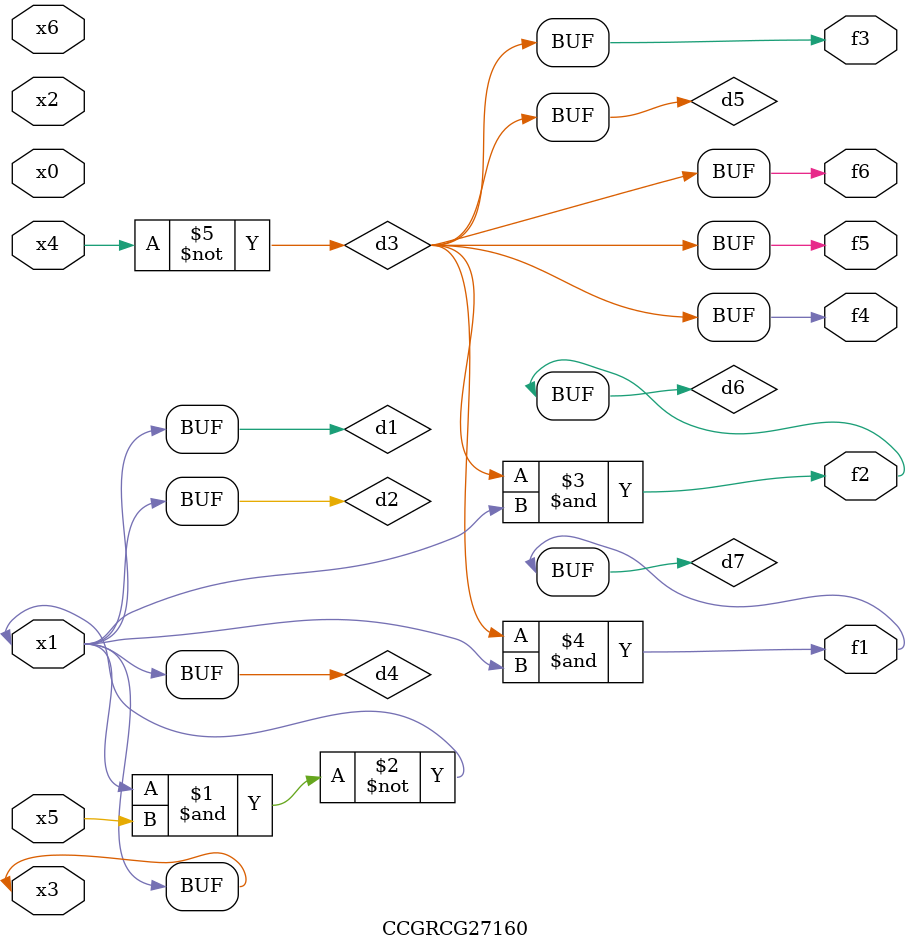
<source format=v>
module CCGRCG27160(
	input x0, x1, x2, x3, x4, x5, x6,
	output f1, f2, f3, f4, f5, f6
);

	wire d1, d2, d3, d4, d5, d6, d7;

	buf (d1, x1, x3);
	nand (d2, x1, x5);
	not (d3, x4);
	buf (d4, d1, d2);
	buf (d5, d3);
	and (d6, d3, d4);
	and (d7, d3, d4);
	assign f1 = d7;
	assign f2 = d6;
	assign f3 = d5;
	assign f4 = d5;
	assign f5 = d5;
	assign f6 = d5;
endmodule

</source>
